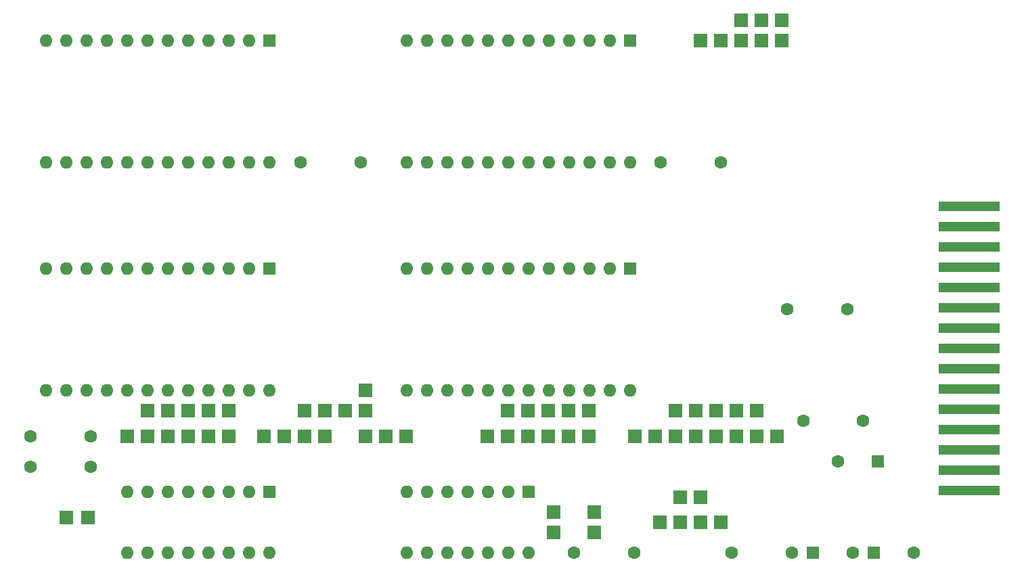
<source format=gbs>
G04 #@! TF.GenerationSoftware,KiCad,Pcbnew,(6.0.0)*
G04 #@! TF.CreationDate,2022-11-09T00:48:37-05:00*
G04 #@! TF.ProjectId,Sorcerer Rom Pack,536f7263-6572-4657-9220-526f6d205061,rev?*
G04 #@! TF.SameCoordinates,Original*
G04 #@! TF.FileFunction,Soldermask,Bot*
G04 #@! TF.FilePolarity,Negative*
%FSLAX46Y46*%
G04 Gerber Fmt 4.6, Leading zero omitted, Abs format (unit mm)*
G04 Created by KiCad (PCBNEW (6.0.0)) date 2022-11-09 00:48:37*
%MOMM*%
%LPD*%
G01*
G04 APERTURE LIST*
%ADD10R,1.700000X1.700000*%
%ADD11R,1.600000X1.600000*%
%ADD12O,1.600000X1.600000*%
%ADD13R,7.600000X1.270000*%
%ADD14C,1.600000*%
G04 APERTURE END LIST*
D10*
X100330000Y-121285000D03*
X161925000Y-74930000D03*
X146050000Y-136525000D03*
X100330000Y-124460000D03*
D11*
X105410000Y-131445000D03*
D12*
X102870000Y-131445000D03*
X100330000Y-131445000D03*
X97790000Y-131445000D03*
X95250000Y-131445000D03*
X92710000Y-131445000D03*
X90170000Y-131445000D03*
X87630000Y-131445000D03*
X87630000Y-139065000D03*
X90170000Y-139065000D03*
X92710000Y-139065000D03*
X95250000Y-139065000D03*
X97790000Y-139065000D03*
X100330000Y-139065000D03*
X102870000Y-139065000D03*
X105410000Y-139065000D03*
D10*
X140970000Y-136525000D03*
X97790000Y-124460000D03*
X161290000Y-121285000D03*
X140335000Y-121285000D03*
X153670000Y-124460000D03*
D13*
X192985000Y-95660000D03*
X192985000Y-98200000D03*
X192985000Y-100740000D03*
X192985000Y-103280000D03*
X192985000Y-105820000D03*
X192985000Y-108360000D03*
X192985000Y-110900000D03*
X192985000Y-113440000D03*
X192985000Y-115980000D03*
X192985000Y-118520000D03*
X192985000Y-121060000D03*
X192985000Y-123600000D03*
X192985000Y-126140000D03*
X192985000Y-128680000D03*
X192985000Y-131220000D03*
D10*
X122555000Y-124460000D03*
D11*
X150500000Y-74925000D03*
D12*
X147960000Y-74925000D03*
X145420000Y-74925000D03*
X142880000Y-74925000D03*
X140340000Y-74925000D03*
X137800000Y-74925000D03*
X135260000Y-74925000D03*
X132720000Y-74925000D03*
X130180000Y-74925000D03*
X127640000Y-74925000D03*
X125100000Y-74925000D03*
X122560000Y-74925000D03*
X122560000Y-90165000D03*
X125100000Y-90165000D03*
X127640000Y-90165000D03*
X130180000Y-90165000D03*
X132720000Y-90165000D03*
X135260000Y-90165000D03*
X137800000Y-90165000D03*
X140340000Y-90165000D03*
X142880000Y-90165000D03*
X145420000Y-90165000D03*
X147960000Y-90165000D03*
X150500000Y-90165000D03*
D10*
X82695000Y-134620000D03*
X164465000Y-72390000D03*
X159385000Y-132080000D03*
X166370000Y-121285000D03*
D14*
X83065000Y-124460000D03*
X75565000Y-124460000D03*
D10*
X135255000Y-124460000D03*
X145415000Y-124460000D03*
X87630000Y-124460000D03*
X167005000Y-74930000D03*
X117475000Y-121285000D03*
D14*
X177680000Y-108585000D03*
X170180000Y-108585000D03*
D10*
X163830000Y-124460000D03*
X95250000Y-121285000D03*
X166370000Y-124460000D03*
X92710000Y-124460000D03*
X112395000Y-121285000D03*
X104775000Y-124460000D03*
X142875000Y-121285000D03*
X92710000Y-121285000D03*
X90170000Y-124460000D03*
X156845000Y-135255000D03*
X90170000Y-121285000D03*
X117475000Y-118745000D03*
X132715000Y-124460000D03*
X151130000Y-124460000D03*
X140970000Y-133985000D03*
X135255000Y-121285000D03*
X137795000Y-121285000D03*
X156845000Y-132080000D03*
X142875000Y-124460000D03*
D11*
X105410000Y-103500000D03*
D12*
X102870000Y-103500000D03*
X100330000Y-103500000D03*
X97790000Y-103500000D03*
X95250000Y-103500000D03*
X92710000Y-103500000D03*
X90170000Y-103500000D03*
X87630000Y-103500000D03*
X85090000Y-103500000D03*
X82550000Y-103500000D03*
X80010000Y-103500000D03*
X77470000Y-103500000D03*
X77470000Y-118740000D03*
X80010000Y-118740000D03*
X82550000Y-118740000D03*
X85090000Y-118740000D03*
X87630000Y-118740000D03*
X90170000Y-118740000D03*
X92710000Y-118740000D03*
X95250000Y-118740000D03*
X97790000Y-118740000D03*
X100330000Y-118740000D03*
X102870000Y-118740000D03*
X105410000Y-118740000D03*
D10*
X114935000Y-121285000D03*
X168910000Y-124460000D03*
X140335000Y-124460000D03*
X109855000Y-121285000D03*
X159385000Y-74930000D03*
X154305000Y-135255000D03*
X161290000Y-124460000D03*
X137795000Y-124460000D03*
D14*
X154365000Y-90170000D03*
X161865000Y-90170000D03*
D10*
X117475000Y-124460000D03*
X156210000Y-121285000D03*
X167005000Y-72390000D03*
X95250000Y-124460000D03*
X146050000Y-133985000D03*
X112395000Y-124460000D03*
X158750000Y-121285000D03*
X163830000Y-121285000D03*
X109855000Y-124460000D03*
X145415000Y-121285000D03*
D11*
X137800000Y-131455000D03*
D12*
X135260000Y-131455000D03*
X132720000Y-131455000D03*
X130180000Y-131455000D03*
X127640000Y-131455000D03*
X125100000Y-131455000D03*
X122560000Y-131455000D03*
X122560000Y-139075000D03*
X125100000Y-139075000D03*
X127640000Y-139075000D03*
X130180000Y-139075000D03*
X132720000Y-139075000D03*
X135260000Y-139075000D03*
X137800000Y-139075000D03*
D10*
X169545000Y-72390000D03*
X80010000Y-134620000D03*
D11*
X173395000Y-139065000D03*
D14*
X178395000Y-139065000D03*
X109340000Y-90170000D03*
X116840000Y-90170000D03*
D10*
X156210000Y-124460000D03*
X159385000Y-135255000D03*
X161925000Y-135255000D03*
X107315000Y-124460000D03*
D11*
X105410000Y-74930000D03*
D12*
X102870000Y-74930000D03*
X100330000Y-74930000D03*
X97790000Y-74930000D03*
X95250000Y-74930000D03*
X92710000Y-74930000D03*
X90170000Y-74930000D03*
X87630000Y-74930000D03*
X85090000Y-74930000D03*
X82550000Y-74930000D03*
X80010000Y-74930000D03*
X77470000Y-74930000D03*
X77470000Y-90170000D03*
X80010000Y-90170000D03*
X82550000Y-90170000D03*
X85090000Y-90170000D03*
X87630000Y-90170000D03*
X90170000Y-90170000D03*
X92710000Y-90170000D03*
X95250000Y-90170000D03*
X97790000Y-90170000D03*
X100330000Y-90170000D03*
X102870000Y-90170000D03*
X105410000Y-90170000D03*
D14*
X179705000Y-122555000D03*
X172205000Y-122555000D03*
D10*
X120015000Y-124460000D03*
D11*
X181530000Y-127635000D03*
D14*
X176530000Y-127635000D03*
D10*
X97790000Y-121285000D03*
D11*
X181015000Y-139065000D03*
D14*
X186015000Y-139065000D03*
X151010000Y-139065000D03*
X143510000Y-139065000D03*
X75565000Y-128270000D03*
X83065000Y-128270000D03*
D10*
X158750000Y-124460000D03*
D11*
X150500000Y-103500000D03*
D12*
X147960000Y-103500000D03*
X145420000Y-103500000D03*
X142880000Y-103500000D03*
X140340000Y-103500000D03*
X137800000Y-103500000D03*
X135260000Y-103500000D03*
X132720000Y-103500000D03*
X130180000Y-103500000D03*
X127640000Y-103500000D03*
X125100000Y-103500000D03*
X122560000Y-103500000D03*
X122560000Y-118740000D03*
X125100000Y-118740000D03*
X127640000Y-118740000D03*
X130180000Y-118740000D03*
X132720000Y-118740000D03*
X135260000Y-118740000D03*
X137800000Y-118740000D03*
X140340000Y-118740000D03*
X142880000Y-118740000D03*
X145420000Y-118740000D03*
X147960000Y-118740000D03*
X150500000Y-118740000D03*
D10*
X169545000Y-74930000D03*
D14*
X163255000Y-139065000D03*
X170755000Y-139065000D03*
D10*
X164465000Y-74930000D03*
M02*

</source>
